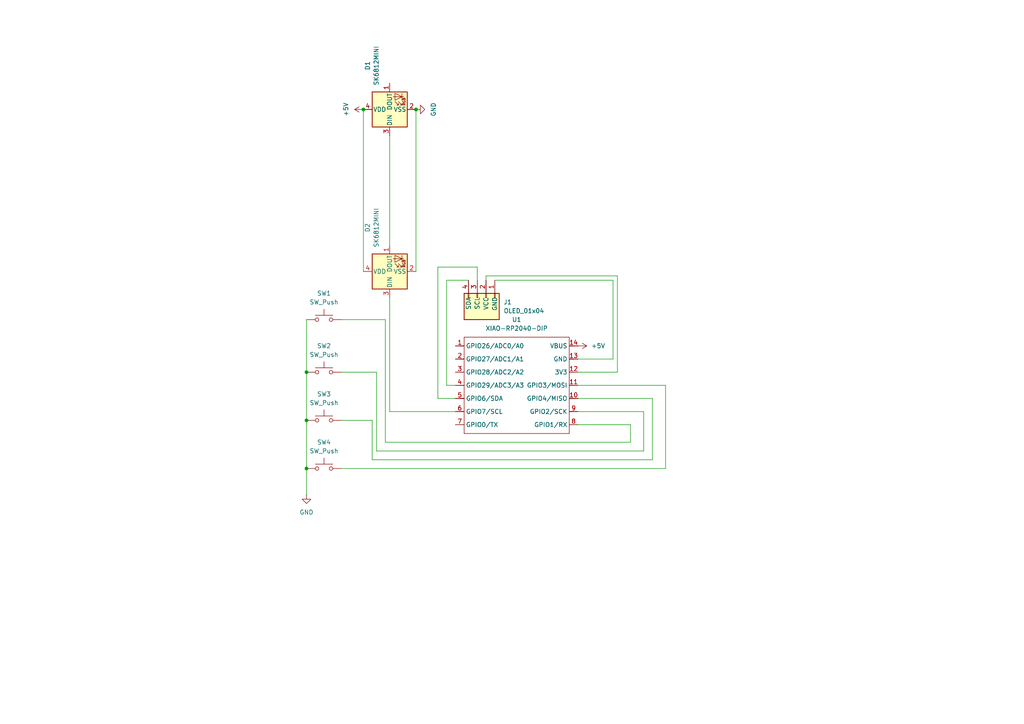
<source format=kicad_sch>
(kicad_sch
	(version 20250114)
	(generator "eeschema")
	(generator_version "9.0")
	(uuid "1066d173-91bc-4af1-841c-efabae014185")
	(paper "A4")
	(lib_symbols
		(symbol "LED:SK6812MINI"
			(pin_names
				(offset 0.254)
			)
			(exclude_from_sim no)
			(in_bom yes)
			(on_board yes)
			(property "Reference" "D"
				(at 5.08 5.715 0)
				(effects
					(font
						(size 1.27 1.27)
					)
					(justify right bottom)
				)
			)
			(property "Value" "SK6812MINI"
				(at 1.27 -5.715 0)
				(effects
					(font
						(size 1.27 1.27)
					)
					(justify left top)
				)
			)
			(property "Footprint" "LED_SMD:LED_SK6812MINI_PLCC4_3.5x3.5mm_P1.75mm"
				(at 1.27 -7.62 0)
				(effects
					(font
						(size 1.27 1.27)
					)
					(justify left top)
					(hide yes)
				)
			)
			(property "Datasheet" "https://cdn-shop.adafruit.com/product-files/2686/SK6812MINI_REV.01-1-2.pdf"
				(at 2.54 -9.525 0)
				(effects
					(font
						(size 1.27 1.27)
					)
					(justify left top)
					(hide yes)
				)
			)
			(property "Description" "RGB LED with integrated controller"
				(at 0 0 0)
				(effects
					(font
						(size 1.27 1.27)
					)
					(hide yes)
				)
			)
			(property "ki_keywords" "RGB LED NeoPixel Mini addressable"
				(at 0 0 0)
				(effects
					(font
						(size 1.27 1.27)
					)
					(hide yes)
				)
			)
			(property "ki_fp_filters" "LED*SK6812MINI*PLCC*3.5x3.5mm*P1.75mm*"
				(at 0 0 0)
				(effects
					(font
						(size 1.27 1.27)
					)
					(hide yes)
				)
			)
			(symbol "SK6812MINI_0_0"
				(text "RGB"
					(at 2.286 -4.191 0)
					(effects
						(font
							(size 0.762 0.762)
						)
					)
				)
			)
			(symbol "SK6812MINI_0_1"
				(polyline
					(pts
						(xy 1.27 -2.54) (xy 1.778 -2.54)
					)
					(stroke
						(width 0)
						(type default)
					)
					(fill
						(type none)
					)
				)
				(polyline
					(pts
						(xy 1.27 -3.556) (xy 1.778 -3.556)
					)
					(stroke
						(width 0)
						(type default)
					)
					(fill
						(type none)
					)
				)
				(polyline
					(pts
						(xy 2.286 -1.524) (xy 1.27 -2.54) (xy 1.27 -2.032)
					)
					(stroke
						(width 0)
						(type default)
					)
					(fill
						(type none)
					)
				)
				(polyline
					(pts
						(xy 2.286 -2.54) (xy 1.27 -3.556) (xy 1.27 -3.048)
					)
					(stroke
						(width 0)
						(type default)
					)
					(fill
						(type none)
					)
				)
				(polyline
					(pts
						(xy 3.683 -1.016) (xy 3.683 -3.556) (xy 3.683 -4.064)
					)
					(stroke
						(width 0)
						(type default)
					)
					(fill
						(type none)
					)
				)
				(polyline
					(pts
						(xy 4.699 -1.524) (xy 2.667 -1.524) (xy 3.683 -3.556) (xy 4.699 -1.524)
					)
					(stroke
						(width 0)
						(type default)
					)
					(fill
						(type none)
					)
				)
				(polyline
					(pts
						(xy 4.699 -3.556) (xy 2.667 -3.556)
					)
					(stroke
						(width 0)
						(type default)
					)
					(fill
						(type none)
					)
				)
				(rectangle
					(start 5.08 5.08)
					(end -5.08 -5.08)
					(stroke
						(width 0.254)
						(type default)
					)
					(fill
						(type background)
					)
				)
			)
			(symbol "SK6812MINI_1_1"
				(pin input line
					(at -7.62 0 0)
					(length 2.54)
					(name "DIN"
						(effects
							(font
								(size 1.27 1.27)
							)
						)
					)
					(number "3"
						(effects
							(font
								(size 1.27 1.27)
							)
						)
					)
				)
				(pin power_in line
					(at 0 7.62 270)
					(length 2.54)
					(name "VDD"
						(effects
							(font
								(size 1.27 1.27)
							)
						)
					)
					(number "4"
						(effects
							(font
								(size 1.27 1.27)
							)
						)
					)
				)
				(pin power_in line
					(at 0 -7.62 90)
					(length 2.54)
					(name "VSS"
						(effects
							(font
								(size 1.27 1.27)
							)
						)
					)
					(number "2"
						(effects
							(font
								(size 1.27 1.27)
							)
						)
					)
				)
				(pin output line
					(at 7.62 0 180)
					(length 2.54)
					(name "DOUT"
						(effects
							(font
								(size 1.27 1.27)
							)
						)
					)
					(number "1"
						(effects
							(font
								(size 1.27 1.27)
							)
						)
					)
				)
			)
			(embedded_fonts no)
		)
		(symbol "Seeed_Studio_XIAO_Series:XIAO-RP2040-DIP"
			(exclude_from_sim no)
			(in_bom yes)
			(on_board yes)
			(property "Reference" "U"
				(at 0 0 0)
				(effects
					(font
						(size 1.27 1.27)
					)
				)
			)
			(property "Value" "XIAO-RP2040-DIP"
				(at 5.334 -1.778 0)
				(effects
					(font
						(size 1.27 1.27)
					)
				)
			)
			(property "Footprint" "Module:MOUDLE14P-XIAO-DIP-SMD"
				(at 14.478 -32.258 0)
				(effects
					(font
						(size 1.27 1.27)
					)
					(hide yes)
				)
			)
			(property "Datasheet" ""
				(at 0 0 0)
				(effects
					(font
						(size 1.27 1.27)
					)
					(hide yes)
				)
			)
			(property "Description" ""
				(at 0 0 0)
				(effects
					(font
						(size 1.27 1.27)
					)
					(hide yes)
				)
			)
			(symbol "XIAO-RP2040-DIP_1_0"
				(polyline
					(pts
						(xy -1.27 -2.54) (xy 29.21 -2.54)
					)
					(stroke
						(width 0.1524)
						(type solid)
					)
					(fill
						(type none)
					)
				)
				(polyline
					(pts
						(xy -1.27 -5.08) (xy -2.54 -5.08)
					)
					(stroke
						(width 0.1524)
						(type solid)
					)
					(fill
						(type none)
					)
				)
				(polyline
					(pts
						(xy -1.27 -5.08) (xy -1.27 -2.54)
					)
					(stroke
						(width 0.1524)
						(type solid)
					)
					(fill
						(type none)
					)
				)
				(polyline
					(pts
						(xy -1.27 -8.89) (xy -2.54 -8.89)
					)
					(stroke
						(width 0.1524)
						(type solid)
					)
					(fill
						(type none)
					)
				)
				(polyline
					(pts
						(xy -1.27 -8.89) (xy -1.27 -5.08)
					)
					(stroke
						(width 0.1524)
						(type solid)
					)
					(fill
						(type none)
					)
				)
				(polyline
					(pts
						(xy -1.27 -12.7) (xy -2.54 -12.7)
					)
					(stroke
						(width 0.1524)
						(type solid)
					)
					(fill
						(type none)
					)
				)
				(polyline
					(pts
						(xy -1.27 -12.7) (xy -1.27 -8.89)
					)
					(stroke
						(width 0.1524)
						(type solid)
					)
					(fill
						(type none)
					)
				)
				(polyline
					(pts
						(xy -1.27 -16.51) (xy -2.54 -16.51)
					)
					(stroke
						(width 0.1524)
						(type solid)
					)
					(fill
						(type none)
					)
				)
				(polyline
					(pts
						(xy -1.27 -16.51) (xy -1.27 -12.7)
					)
					(stroke
						(width 0.1524)
						(type solid)
					)
					(fill
						(type none)
					)
				)
				(polyline
					(pts
						(xy -1.27 -20.32) (xy -2.54 -20.32)
					)
					(stroke
						(width 0.1524)
						(type solid)
					)
					(fill
						(type none)
					)
				)
				(polyline
					(pts
						(xy -1.27 -24.13) (xy -2.54 -24.13)
					)
					(stroke
						(width 0.1524)
						(type solid)
					)
					(fill
						(type none)
					)
				)
				(polyline
					(pts
						(xy -1.27 -27.94) (xy -2.54 -27.94)
					)
					(stroke
						(width 0.1524)
						(type solid)
					)
					(fill
						(type none)
					)
				)
				(polyline
					(pts
						(xy -1.27 -30.48) (xy -1.27 -16.51)
					)
					(stroke
						(width 0.1524)
						(type solid)
					)
					(fill
						(type none)
					)
				)
				(polyline
					(pts
						(xy 29.21 -2.54) (xy 29.21 -5.08)
					)
					(stroke
						(width 0.1524)
						(type solid)
					)
					(fill
						(type none)
					)
				)
				(polyline
					(pts
						(xy 29.21 -5.08) (xy 29.21 -8.89)
					)
					(stroke
						(width 0.1524)
						(type solid)
					)
					(fill
						(type none)
					)
				)
				(polyline
					(pts
						(xy 29.21 -8.89) (xy 29.21 -12.7)
					)
					(stroke
						(width 0.1524)
						(type solid)
					)
					(fill
						(type none)
					)
				)
				(polyline
					(pts
						(xy 29.21 -12.7) (xy 29.21 -30.48)
					)
					(stroke
						(width 0.1524)
						(type solid)
					)
					(fill
						(type none)
					)
				)
				(polyline
					(pts
						(xy 29.21 -30.48) (xy -1.27 -30.48)
					)
					(stroke
						(width 0.1524)
						(type solid)
					)
					(fill
						(type none)
					)
				)
				(polyline
					(pts
						(xy 30.48 -5.08) (xy 29.21 -5.08)
					)
					(stroke
						(width 0.1524)
						(type solid)
					)
					(fill
						(type none)
					)
				)
				(polyline
					(pts
						(xy 30.48 -8.89) (xy 29.21 -8.89)
					)
					(stroke
						(width 0.1524)
						(type solid)
					)
					(fill
						(type none)
					)
				)
				(polyline
					(pts
						(xy 30.48 -12.7) (xy 29.21 -12.7)
					)
					(stroke
						(width 0.1524)
						(type solid)
					)
					(fill
						(type none)
					)
				)
				(polyline
					(pts
						(xy 30.48 -16.51) (xy 29.21 -16.51)
					)
					(stroke
						(width 0.1524)
						(type solid)
					)
					(fill
						(type none)
					)
				)
				(polyline
					(pts
						(xy 30.48 -20.32) (xy 29.21 -20.32)
					)
					(stroke
						(width 0.1524)
						(type solid)
					)
					(fill
						(type none)
					)
				)
				(polyline
					(pts
						(xy 30.48 -24.13) (xy 29.21 -24.13)
					)
					(stroke
						(width 0.1524)
						(type solid)
					)
					(fill
						(type none)
					)
				)
				(polyline
					(pts
						(xy 30.48 -27.94) (xy 29.21 -27.94)
					)
					(stroke
						(width 0.1524)
						(type solid)
					)
					(fill
						(type none)
					)
				)
				(pin passive line
					(at -3.81 -5.08 0)
					(length 2.54)
					(name "GPIO26/ADC0/A0"
						(effects
							(font
								(size 1.27 1.27)
							)
						)
					)
					(number "1"
						(effects
							(font
								(size 1.27 1.27)
							)
						)
					)
				)
				(pin passive line
					(at -3.81 -8.89 0)
					(length 2.54)
					(name "GPIO27/ADC1/A1"
						(effects
							(font
								(size 1.27 1.27)
							)
						)
					)
					(number "2"
						(effects
							(font
								(size 1.27 1.27)
							)
						)
					)
				)
				(pin passive line
					(at -3.81 -12.7 0)
					(length 2.54)
					(name "GPIO28/ADC2/A2"
						(effects
							(font
								(size 1.27 1.27)
							)
						)
					)
					(number "3"
						(effects
							(font
								(size 1.27 1.27)
							)
						)
					)
				)
				(pin passive line
					(at -3.81 -16.51 0)
					(length 2.54)
					(name "GPIO29/ADC3/A3"
						(effects
							(font
								(size 1.27 1.27)
							)
						)
					)
					(number "4"
						(effects
							(font
								(size 1.27 1.27)
							)
						)
					)
				)
				(pin passive line
					(at -3.81 -20.32 0)
					(length 2.54)
					(name "GPIO6/SDA"
						(effects
							(font
								(size 1.27 1.27)
							)
						)
					)
					(number "5"
						(effects
							(font
								(size 1.27 1.27)
							)
						)
					)
				)
				(pin passive line
					(at -3.81 -24.13 0)
					(length 2.54)
					(name "GPIO7/SCL"
						(effects
							(font
								(size 1.27 1.27)
							)
						)
					)
					(number "6"
						(effects
							(font
								(size 1.27 1.27)
							)
						)
					)
				)
				(pin passive line
					(at -3.81 -27.94 0)
					(length 2.54)
					(name "GPIO0/TX"
						(effects
							(font
								(size 1.27 1.27)
							)
						)
					)
					(number "7"
						(effects
							(font
								(size 1.27 1.27)
							)
						)
					)
				)
				(pin passive line
					(at 31.75 -5.08 180)
					(length 2.54)
					(name "VBUS"
						(effects
							(font
								(size 1.27 1.27)
							)
						)
					)
					(number "14"
						(effects
							(font
								(size 1.27 1.27)
							)
						)
					)
				)
				(pin passive line
					(at 31.75 -8.89 180)
					(length 2.54)
					(name "GND"
						(effects
							(font
								(size 1.27 1.27)
							)
						)
					)
					(number "13"
						(effects
							(font
								(size 1.27 1.27)
							)
						)
					)
				)
				(pin passive line
					(at 31.75 -12.7 180)
					(length 2.54)
					(name "3V3"
						(effects
							(font
								(size 1.27 1.27)
							)
						)
					)
					(number "12"
						(effects
							(font
								(size 1.27 1.27)
							)
						)
					)
				)
				(pin passive line
					(at 31.75 -16.51 180)
					(length 2.54)
					(name "GPIO3/MOSI"
						(effects
							(font
								(size 1.27 1.27)
							)
						)
					)
					(number "11"
						(effects
							(font
								(size 1.27 1.27)
							)
						)
					)
				)
				(pin passive line
					(at 31.75 -20.32 180)
					(length 2.54)
					(name "GPIO4/MISO"
						(effects
							(font
								(size 1.27 1.27)
							)
						)
					)
					(number "10"
						(effects
							(font
								(size 1.27 1.27)
							)
						)
					)
				)
				(pin passive line
					(at 31.75 -24.13 180)
					(length 2.54)
					(name "GPIO2/SCK"
						(effects
							(font
								(size 1.27 1.27)
							)
						)
					)
					(number "9"
						(effects
							(font
								(size 1.27 1.27)
							)
						)
					)
				)
				(pin passive line
					(at 31.75 -27.94 180)
					(length 2.54)
					(name "GPIO1/RX"
						(effects
							(font
								(size 1.27 1.27)
							)
						)
					)
					(number "8"
						(effects
							(font
								(size 1.27 1.27)
							)
						)
					)
				)
			)
			(embedded_fonts no)
		)
		(symbol "Switch:SW_Push"
			(pin_numbers
				(hide yes)
			)
			(pin_names
				(offset 1.016)
				(hide yes)
			)
			(exclude_from_sim no)
			(in_bom yes)
			(on_board yes)
			(property "Reference" "SW"
				(at 1.27 2.54 0)
				(effects
					(font
						(size 1.27 1.27)
					)
					(justify left)
				)
			)
			(property "Value" "SW_Push"
				(at 0 -1.524 0)
				(effects
					(font
						(size 1.27 1.27)
					)
				)
			)
			(property "Footprint" ""
				(at 0 5.08 0)
				(effects
					(font
						(size 1.27 1.27)
					)
					(hide yes)
				)
			)
			(property "Datasheet" "~"
				(at 0 5.08 0)
				(effects
					(font
						(size 1.27 1.27)
					)
					(hide yes)
				)
			)
			(property "Description" "Push button switch, generic, two pins"
				(at 0 0 0)
				(effects
					(font
						(size 1.27 1.27)
					)
					(hide yes)
				)
			)
			(property "ki_keywords" "switch normally-open pushbutton push-button"
				(at 0 0 0)
				(effects
					(font
						(size 1.27 1.27)
					)
					(hide yes)
				)
			)
			(symbol "SW_Push_0_1"
				(circle
					(center -2.032 0)
					(radius 0.508)
					(stroke
						(width 0)
						(type default)
					)
					(fill
						(type none)
					)
				)
				(polyline
					(pts
						(xy 0 1.27) (xy 0 3.048)
					)
					(stroke
						(width 0)
						(type default)
					)
					(fill
						(type none)
					)
				)
				(circle
					(center 2.032 0)
					(radius 0.508)
					(stroke
						(width 0)
						(type default)
					)
					(fill
						(type none)
					)
				)
				(polyline
					(pts
						(xy 2.54 1.27) (xy -2.54 1.27)
					)
					(stroke
						(width 0)
						(type default)
					)
					(fill
						(type none)
					)
				)
				(pin passive line
					(at -5.08 0 0)
					(length 2.54)
					(name "1"
						(effects
							(font
								(size 1.27 1.27)
							)
						)
					)
					(number "1"
						(effects
							(font
								(size 1.27 1.27)
							)
						)
					)
				)
				(pin passive line
					(at 5.08 0 180)
					(length 2.54)
					(name "2"
						(effects
							(font
								(size 1.27 1.27)
							)
						)
					)
					(number "2"
						(effects
							(font
								(size 1.27 1.27)
							)
						)
					)
				)
			)
			(embedded_fonts no)
		)
		(symbol "hackboard:Conn_01x04"
			(pin_names
				(offset 1.016)
			)
			(exclude_from_sim no)
			(in_bom yes)
			(on_board yes)
			(property "Reference" "J"
				(at 2.54 5.08 0)
				(effects
					(font
						(size 1.27 1.27)
					)
				)
			)
			(property "Value" "OLED_01x04"
				(at 2.54 -8.128 0)
				(effects
					(font
						(size 1.27 1.27)
					)
				)
			)
			(property "Footprint" ""
				(at 0 0 0)
				(effects
					(font
						(size 1.27 1.27)
					)
					(hide yes)
				)
			)
			(property "Datasheet" "~"
				(at 0 0 0)
				(effects
					(font
						(size 1.27 1.27)
					)
					(hide yes)
				)
			)
			(property "Description" "Generic connector, single row, 01x04, script generated (kicad-library-utils/schlib/autogen/connector/)"
				(at 0 0 0)
				(effects
					(font
						(size 1.27 1.27)
					)
					(hide yes)
				)
			)
			(property "ki_keywords" "connector"
				(at 0 0 0)
				(effects
					(font
						(size 1.27 1.27)
					)
					(hide yes)
				)
			)
			(property "ki_fp_filters" "Connector*:*_1x??_*"
				(at 0 0 0)
				(effects
					(font
						(size 1.27 1.27)
					)
					(hide yes)
				)
			)
			(symbol "Conn_01x04_1_1"
				(rectangle
					(start -1.27 3.81)
					(end 6.35 -6.35)
					(stroke
						(width 0.254)
						(type default)
					)
					(fill
						(type background)
					)
				)
				(rectangle
					(start -1.27 2.667)
					(end 0 2.413)
					(stroke
						(width 0.1524)
						(type default)
					)
					(fill
						(type none)
					)
				)
				(rectangle
					(start -1.27 0.127)
					(end 0 -0.127)
					(stroke
						(width 0.1524)
						(type default)
					)
					(fill
						(type none)
					)
				)
				(rectangle
					(start -1.27 -2.413)
					(end 0 -2.667)
					(stroke
						(width 0.1524)
						(type default)
					)
					(fill
						(type none)
					)
				)
				(rectangle
					(start -1.27 -4.953)
					(end 0 -5.207)
					(stroke
						(width 0.1524)
						(type default)
					)
					(fill
						(type none)
					)
				)
				(pin passive line
					(at -5.08 2.54 0)
					(length 3.81)
					(name "GND"
						(effects
							(font
								(size 1.27 1.27)
							)
						)
					)
					(number "1"
						(effects
							(font
								(size 1.27 1.27)
							)
						)
					)
				)
				(pin passive line
					(at -5.08 0 0)
					(length 3.81)
					(name "VCC"
						(effects
							(font
								(size 1.27 1.27)
							)
						)
					)
					(number "2"
						(effects
							(font
								(size 1.27 1.27)
							)
						)
					)
				)
				(pin passive line
					(at -5.08 -2.54 0)
					(length 3.81)
					(name "SCL"
						(effects
							(font
								(size 1.27 1.27)
							)
						)
					)
					(number "3"
						(effects
							(font
								(size 1.27 1.27)
							)
						)
					)
				)
				(pin passive line
					(at -5.08 -5.08 0)
					(length 3.81)
					(name "SDA"
						(effects
							(font
								(size 1.27 1.27)
							)
						)
					)
					(number "4"
						(effects
							(font
								(size 1.27 1.27)
							)
						)
					)
				)
			)
			(embedded_fonts no)
		)
		(symbol "power:+5V"
			(power)
			(pin_numbers
				(hide yes)
			)
			(pin_names
				(offset 0)
				(hide yes)
			)
			(exclude_from_sim no)
			(in_bom yes)
			(on_board yes)
			(property "Reference" "#PWR"
				(at 0 -3.81 0)
				(effects
					(font
						(size 1.27 1.27)
					)
					(hide yes)
				)
			)
			(property "Value" "+5V"
				(at 0 3.556 0)
				(effects
					(font
						(size 1.27 1.27)
					)
				)
			)
			(property "Footprint" ""
				(at 0 0 0)
				(effects
					(font
						(size 1.27 1.27)
					)
					(hide yes)
				)
			)
			(property "Datasheet" ""
				(at 0 0 0)
				(effects
					(font
						(size 1.27 1.27)
					)
					(hide yes)
				)
			)
			(property "Description" "Power symbol creates a global label with name \"+5V\""
				(at 0 0 0)
				(effects
					(font
						(size 1.27 1.27)
					)
					(hide yes)
				)
			)
			(property "ki_keywords" "global power"
				(at 0 0 0)
				(effects
					(font
						(size 1.27 1.27)
					)
					(hide yes)
				)
			)
			(symbol "+5V_0_1"
				(polyline
					(pts
						(xy -0.762 1.27) (xy 0 2.54)
					)
					(stroke
						(width 0)
						(type default)
					)
					(fill
						(type none)
					)
				)
				(polyline
					(pts
						(xy 0 2.54) (xy 0.762 1.27)
					)
					(stroke
						(width 0)
						(type default)
					)
					(fill
						(type none)
					)
				)
				(polyline
					(pts
						(xy 0 0) (xy 0 2.54)
					)
					(stroke
						(width 0)
						(type default)
					)
					(fill
						(type none)
					)
				)
			)
			(symbol "+5V_1_1"
				(pin power_in line
					(at 0 0 90)
					(length 0)
					(name "~"
						(effects
							(font
								(size 1.27 1.27)
							)
						)
					)
					(number "1"
						(effects
							(font
								(size 1.27 1.27)
							)
						)
					)
				)
			)
			(embedded_fonts no)
		)
		(symbol "power:GND"
			(power)
			(pin_numbers
				(hide yes)
			)
			(pin_names
				(offset 0)
				(hide yes)
			)
			(exclude_from_sim no)
			(in_bom yes)
			(on_board yes)
			(property "Reference" "#PWR"
				(at 0 -6.35 0)
				(effects
					(font
						(size 1.27 1.27)
					)
					(hide yes)
				)
			)
			(property "Value" "GND"
				(at 0 -3.81 0)
				(effects
					(font
						(size 1.27 1.27)
					)
				)
			)
			(property "Footprint" ""
				(at 0 0 0)
				(effects
					(font
						(size 1.27 1.27)
					)
					(hide yes)
				)
			)
			(property "Datasheet" ""
				(at 0 0 0)
				(effects
					(font
						(size 1.27 1.27)
					)
					(hide yes)
				)
			)
			(property "Description" "Power symbol creates a global label with name \"GND\" , ground"
				(at 0 0 0)
				(effects
					(font
						(size 1.27 1.27)
					)
					(hide yes)
				)
			)
			(property "ki_keywords" "global power"
				(at 0 0 0)
				(effects
					(font
						(size 1.27 1.27)
					)
					(hide yes)
				)
			)
			(symbol "GND_0_1"
				(polyline
					(pts
						(xy 0 0) (xy 0 -1.27) (xy 1.27 -1.27) (xy 0 -2.54) (xy -1.27 -1.27) (xy 0 -1.27)
					)
					(stroke
						(width 0)
						(type default)
					)
					(fill
						(type none)
					)
				)
			)
			(symbol "GND_1_1"
				(pin power_in line
					(at 0 0 270)
					(length 0)
					(name "~"
						(effects
							(font
								(size 1.27 1.27)
							)
						)
					)
					(number "1"
						(effects
							(font
								(size 1.27 1.27)
							)
						)
					)
				)
			)
			(embedded_fonts no)
		)
	)
	(junction
		(at 105.41 31.75)
		(diameter 0)
		(color 0 0 0 0)
		(uuid "13b63e2b-26e3-4feb-b4c5-67ae7748c90c")
	)
	(junction
		(at 88.9 107.95)
		(diameter 0)
		(color 0 0 0 0)
		(uuid "b627ecf7-b870-4117-81bd-a0cf65c2671c")
	)
	(junction
		(at 88.9 135.89)
		(diameter 0)
		(color 0 0 0 0)
		(uuid "cf2798bd-bae2-4d16-8bfa-1ce418cec123")
	)
	(junction
		(at 88.9 121.92)
		(diameter 0)
		(color 0 0 0 0)
		(uuid "cf86a5fd-438c-4395-8220-89b6899fbfe7")
	)
	(junction
		(at 120.65 31.75)
		(diameter 0)
		(color 0 0 0 0)
		(uuid "cf9d45cd-a924-41d8-bca7-4c9e02f1aa42")
	)
	(wire
		(pts
			(xy 167.64 111.76) (xy 193.04 111.76)
		)
		(stroke
			(width 0)
			(type default)
		)
		(uuid "041fc470-49e0-4892-8e0f-6f2c556a639c")
	)
	(wire
		(pts
			(xy 182.88 128.27) (xy 111.76 128.27)
		)
		(stroke
			(width 0)
			(type default)
		)
		(uuid "04a62651-529d-4c75-be4c-a976c9e3fe43")
	)
	(wire
		(pts
			(xy 167.64 123.19) (xy 182.88 123.19)
		)
		(stroke
			(width 0)
			(type default)
		)
		(uuid "064dcbce-96f5-469d-9cd6-a08c04ff68c2")
	)
	(wire
		(pts
			(xy 140.97 80.01) (xy 179.07 80.01)
		)
		(stroke
			(width 0)
			(type default)
		)
		(uuid "0d582436-d3e9-4693-a7df-b3aee3011323")
	)
	(wire
		(pts
			(xy 167.64 119.38) (xy 186.69 119.38)
		)
		(stroke
			(width 0)
			(type default)
		)
		(uuid "11b08f8b-d2f3-490a-8584-f1c381c5b6db")
	)
	(wire
		(pts
			(xy 105.41 78.74) (xy 105.41 31.75)
		)
		(stroke
			(width 0)
			(type default)
		)
		(uuid "1894fbe8-bf88-4498-945a-a583acc7f605")
	)
	(wire
		(pts
			(xy 177.8 81.28) (xy 177.8 104.14)
		)
		(stroke
			(width 0)
			(type default)
		)
		(uuid "1dea5580-ad94-4c4d-8fca-2f1badab493b")
	)
	(wire
		(pts
			(xy 138.43 77.47) (xy 127 77.47)
		)
		(stroke
			(width 0)
			(type default)
		)
		(uuid "1ff8e961-9819-4310-a2ac-a4484cbb8762")
	)
	(wire
		(pts
			(xy 88.9 107.95) (xy 88.9 121.92)
		)
		(stroke
			(width 0)
			(type default)
		)
		(uuid "2ad36233-7372-4a83-b132-76d3ab161ffc")
	)
	(wire
		(pts
			(xy 120.65 78.74) (xy 120.65 31.75)
		)
		(stroke
			(width 0)
			(type default)
		)
		(uuid "2ff32af4-dfb1-4417-b65e-74ae0c9d30ab")
	)
	(wire
		(pts
			(xy 109.22 107.95) (xy 99.06 107.95)
		)
		(stroke
			(width 0)
			(type default)
		)
		(uuid "32cd521e-836a-4ac3-b346-dbe58de77ee4")
	)
	(wire
		(pts
			(xy 167.64 115.57) (xy 189.23 115.57)
		)
		(stroke
			(width 0)
			(type default)
		)
		(uuid "33b017a2-0335-479e-9b6f-022082fb4757")
	)
	(wire
		(pts
			(xy 193.04 135.89) (xy 99.06 135.89)
		)
		(stroke
			(width 0)
			(type default)
		)
		(uuid "415a95df-9210-4fe3-ae15-bbbae5ceba68")
	)
	(wire
		(pts
			(xy 182.88 123.19) (xy 182.88 128.27)
		)
		(stroke
			(width 0)
			(type default)
		)
		(uuid "46127000-9cfc-44cd-afda-63523e06672c")
	)
	(wire
		(pts
			(xy 177.8 104.14) (xy 167.64 104.14)
		)
		(stroke
			(width 0)
			(type default)
		)
		(uuid "481f2efd-8411-44ef-a25b-6cf9afb136e6")
	)
	(wire
		(pts
			(xy 107.95 133.35) (xy 107.95 121.92)
		)
		(stroke
			(width 0)
			(type default)
		)
		(uuid "61caee6c-92b9-48c5-83e2-8e960942ab64")
	)
	(wire
		(pts
			(xy 109.22 130.81) (xy 109.22 107.95)
		)
		(stroke
			(width 0)
			(type default)
		)
		(uuid "66c3d70f-b80f-4254-afdc-bf69e0519444")
	)
	(wire
		(pts
			(xy 140.97 81.28) (xy 140.97 80.01)
		)
		(stroke
			(width 0)
			(type default)
		)
		(uuid "6d66c912-3b29-4ca1-9e03-94d78c5ddfb8")
	)
	(wire
		(pts
			(xy 129.54 81.28) (xy 135.89 81.28)
		)
		(stroke
			(width 0)
			(type default)
		)
		(uuid "6e5c28e1-a1af-416c-b044-7eb09480c9fd")
	)
	(wire
		(pts
			(xy 132.08 111.76) (xy 129.54 111.76)
		)
		(stroke
			(width 0)
			(type default)
		)
		(uuid "70f56e74-e488-4362-8bb2-f96301011c8b")
	)
	(wire
		(pts
			(xy 179.07 107.95) (xy 167.64 107.95)
		)
		(stroke
			(width 0)
			(type default)
		)
		(uuid "718a2e24-da88-4f48-a2ce-0fb26af31bc5")
	)
	(wire
		(pts
			(xy 107.95 121.92) (xy 99.06 121.92)
		)
		(stroke
			(width 0)
			(type default)
		)
		(uuid "79832b01-cfe7-43fc-92ec-0315a59c1933")
	)
	(wire
		(pts
			(xy 193.04 111.76) (xy 193.04 135.89)
		)
		(stroke
			(width 0)
			(type default)
		)
		(uuid "7cbb714f-c1a0-4a63-84e9-549520c768ac")
	)
	(wire
		(pts
			(xy 127 77.47) (xy 127 115.57)
		)
		(stroke
			(width 0)
			(type default)
		)
		(uuid "8173ab1e-7f6e-47d9-bef1-e838021b9d5f")
	)
	(wire
		(pts
			(xy 88.9 121.92) (xy 88.9 135.89)
		)
		(stroke
			(width 0)
			(type default)
		)
		(uuid "8b63a981-7686-4b19-9aac-9fd34d13b6a1")
	)
	(wire
		(pts
			(xy 186.69 130.81) (xy 109.22 130.81)
		)
		(stroke
			(width 0)
			(type default)
		)
		(uuid "9d008497-af8d-45a6-b2c0-1fd87d26433c")
	)
	(wire
		(pts
			(xy 88.9 135.89) (xy 88.9 143.51)
		)
		(stroke
			(width 0)
			(type default)
		)
		(uuid "ab316627-8316-4e53-bc03-4788c7b72147")
	)
	(wire
		(pts
			(xy 179.07 80.01) (xy 179.07 107.95)
		)
		(stroke
			(width 0)
			(type default)
		)
		(uuid "ab8b4bc3-882c-4da4-bd96-25623ad53a16")
	)
	(wire
		(pts
			(xy 113.03 119.38) (xy 113.03 86.36)
		)
		(stroke
			(width 0)
			(type default)
		)
		(uuid "ac8de36e-4fbd-4ca7-b0cc-f33f57a8dc2a")
	)
	(wire
		(pts
			(xy 113.03 71.12) (xy 113.03 39.37)
		)
		(stroke
			(width 0)
			(type default)
		)
		(uuid "b320796b-b9c7-4035-87ef-bc74ec1c7e9c")
	)
	(wire
		(pts
			(xy 189.23 115.57) (xy 189.23 133.35)
		)
		(stroke
			(width 0)
			(type default)
		)
		(uuid "bc966ed1-b03d-4cf3-beb8-a718dec0aaa1")
	)
	(wire
		(pts
			(xy 129.54 111.76) (xy 129.54 81.28)
		)
		(stroke
			(width 0)
			(type default)
		)
		(uuid "c3c68e87-6476-474d-8a3f-fca7fd7df956")
	)
	(wire
		(pts
			(xy 132.08 119.38) (xy 113.03 119.38)
		)
		(stroke
			(width 0)
			(type default)
		)
		(uuid "ca5e7722-455a-4210-8e7b-24b166fbce99")
	)
	(wire
		(pts
			(xy 127 115.57) (xy 132.08 115.57)
		)
		(stroke
			(width 0)
			(type default)
		)
		(uuid "d2ed059f-dd3c-40d5-9eea-65f413232d9f")
	)
	(wire
		(pts
			(xy 138.43 81.28) (xy 138.43 77.47)
		)
		(stroke
			(width 0)
			(type default)
		)
		(uuid "dbda2798-f36a-4615-a7ad-bef81f32ad46")
	)
	(wire
		(pts
			(xy 186.69 119.38) (xy 186.69 130.81)
		)
		(stroke
			(width 0)
			(type default)
		)
		(uuid "dc277848-0a58-415f-8659-10c900f4a494")
	)
	(wire
		(pts
			(xy 88.9 92.71) (xy 88.9 107.95)
		)
		(stroke
			(width 0)
			(type default)
		)
		(uuid "ebb7133e-b89a-4d5a-a3f0-928689f39069")
	)
	(wire
		(pts
			(xy 111.76 128.27) (xy 111.76 92.71)
		)
		(stroke
			(width 0)
			(type default)
		)
		(uuid "f3ec94d3-3b89-4530-86cb-d0add787744d")
	)
	(wire
		(pts
			(xy 189.23 133.35) (xy 107.95 133.35)
		)
		(stroke
			(width 0)
			(type default)
		)
		(uuid "f87fa340-d7a6-403c-856f-622f6eac92e0")
	)
	(wire
		(pts
			(xy 111.76 92.71) (xy 99.06 92.71)
		)
		(stroke
			(width 0)
			(type default)
		)
		(uuid "fa3d91ef-386b-48fb-9d2c-57e59a97e395")
	)
	(wire
		(pts
			(xy 143.51 81.28) (xy 177.8 81.28)
		)
		(stroke
			(width 0)
			(type default)
		)
		(uuid "ffa26c9e-e9ee-4bbb-a759-de754827e963")
	)
	(symbol
		(lib_id "LED:SK6812MINI")
		(at 113.03 31.75 90)
		(unit 1)
		(exclude_from_sim no)
		(in_bom yes)
		(on_board yes)
		(dnp no)
		(fields_autoplaced yes)
		(uuid "035de51e-3cbb-48d7-8b9e-f1c588ff8f1b")
		(property "Reference" "D1"
			(at 106.6098 19.05 0)
			(effects
				(font
					(size 1.27 1.27)
				)
			)
		)
		(property "Value" "SK6812MINI"
			(at 109.1498 19.05 0)
			(effects
				(font
					(size 1.27 1.27)
				)
			)
		)
		(property "Footprint" "LED_SMD:LED_SK6812MINI_PLCC4_3.5x3.5mm_P1.75mm"
			(at 120.65 30.48 0)
			(effects
				(font
					(size 1.27 1.27)
				)
				(justify left top)
				(hide yes)
			)
		)
		(property "Datasheet" "https://cdn-shop.adafruit.com/product-files/2686/SK6812MINI_REV.01-1-2.pdf"
			(at 122.555 29.21 0)
			(effects
				(font
					(size 1.27 1.27)
				)
				(justify left top)
				(hide yes)
			)
		)
		(property "Description" "RGB LED with integrated controller"
			(at 113.03 31.75 0)
			(effects
				(font
					(size 1.27 1.27)
				)
				(hide yes)
			)
		)
		(pin "1"
			(uuid "1250ef36-4c3d-47bb-9dc2-aaadf9be75d7")
		)
		(pin "2"
			(uuid "5d452409-8fc0-4bc6-aa7f-4abcdc6a5956")
		)
		(pin "4"
			(uuid "1a966818-83ad-4676-b07f-b3fc59f01c9a")
		)
		(pin "3"
			(uuid "7332b275-2c6f-4442-9cb8-0eae13be9d05")
		)
		(instances
			(project ""
				(path "/1066d173-91bc-4af1-841c-efabae014185"
					(reference "D1")
					(unit 1)
				)
			)
		)
	)
	(symbol
		(lib_id "power:+5V")
		(at 105.41 31.75 90)
		(unit 1)
		(exclude_from_sim no)
		(in_bom yes)
		(on_board yes)
		(dnp no)
		(fields_autoplaced yes)
		(uuid "054ff3e8-bbb8-499a-a84c-6262e11cab12")
		(property "Reference" "#PWR02"
			(at 109.22 31.75 0)
			(effects
				(font
					(size 1.27 1.27)
				)
				(hide yes)
			)
		)
		(property "Value" "+5V"
			(at 100.33 31.75 0)
			(effects
				(font
					(size 1.27 1.27)
				)
			)
		)
		(property "Footprint" ""
			(at 105.41 31.75 0)
			(effects
				(font
					(size 1.27 1.27)
				)
				(hide yes)
			)
		)
		(property "Datasheet" ""
			(at 105.41 31.75 0)
			(effects
				(font
					(size 1.27 1.27)
				)
				(hide yes)
			)
		)
		(property "Description" "Power symbol creates a global label with name \"+5V\""
			(at 105.41 31.75 0)
			(effects
				(font
					(size 1.27 1.27)
				)
				(hide yes)
			)
		)
		(pin "1"
			(uuid "4146ff09-12c1-418a-8191-99a1e5727fed")
		)
		(instances
			(project ""
				(path "/1066d173-91bc-4af1-841c-efabae014185"
					(reference "#PWR02")
					(unit 1)
				)
			)
		)
	)
	(symbol
		(lib_id "power:+5V")
		(at 167.64 100.33 270)
		(unit 1)
		(exclude_from_sim no)
		(in_bom yes)
		(on_board yes)
		(dnp no)
		(fields_autoplaced yes)
		(uuid "235ea7a7-e775-44bf-9281-0cc35d934f6b")
		(property "Reference" "#PWR03"
			(at 163.83 100.33 0)
			(effects
				(font
					(size 1.27 1.27)
				)
				(hide yes)
			)
		)
		(property "Value" "+5V"
			(at 171.45 100.3299 90)
			(effects
				(font
					(size 1.27 1.27)
				)
				(justify left)
			)
		)
		(property "Footprint" ""
			(at 167.64 100.33 0)
			(effects
				(font
					(size 1.27 1.27)
				)
				(hide yes)
			)
		)
		(property "Datasheet" ""
			(at 167.64 100.33 0)
			(effects
				(font
					(size 1.27 1.27)
				)
				(hide yes)
			)
		)
		(property "Description" "Power symbol creates a global label with name \"+5V\""
			(at 167.64 100.33 0)
			(effects
				(font
					(size 1.27 1.27)
				)
				(hide yes)
			)
		)
		(pin "1"
			(uuid "d291a398-320d-4c8c-92f7-c3f04f0f23bb")
		)
		(instances
			(project ""
				(path "/1066d173-91bc-4af1-841c-efabae014185"
					(reference "#PWR03")
					(unit 1)
				)
			)
		)
	)
	(symbol
		(lib_id "Switch:SW_Push")
		(at 93.98 92.71 0)
		(unit 1)
		(exclude_from_sim no)
		(in_bom yes)
		(on_board yes)
		(dnp no)
		(fields_autoplaced yes)
		(uuid "3e71c129-416d-44f0-b0ee-18f0b1d14465")
		(property "Reference" "SW1"
			(at 93.98 85.09 0)
			(effects
				(font
					(size 1.27 1.27)
				)
			)
		)
		(property "Value" "SW_Push"
			(at 93.98 87.63 0)
			(effects
				(font
					(size 1.27 1.27)
				)
			)
		)
		(property "Footprint" "Button_Switch_Keyboard:SW_Cherry_MX_1.00u_PCB"
			(at 93.98 87.63 0)
			(effects
				(font
					(size 1.27 1.27)
				)
				(hide yes)
			)
		)
		(property "Datasheet" "~"
			(at 93.98 87.63 0)
			(effects
				(font
					(size 1.27 1.27)
				)
				(hide yes)
			)
		)
		(property "Description" "Push button switch, generic, two pins"
			(at 93.98 92.71 0)
			(effects
				(font
					(size 1.27 1.27)
				)
				(hide yes)
			)
		)
		(pin "1"
			(uuid "d858e186-ac0d-4552-926d-8150b6fe7f1d")
		)
		(pin "2"
			(uuid "10411051-4f56-4081-b1c6-18d039f0a0d8")
		)
		(instances
			(project ""
				(path "/1066d173-91bc-4af1-841c-efabae014185"
					(reference "SW1")
					(unit 1)
				)
			)
		)
	)
	(symbol
		(lib_id "power:GND")
		(at 88.9 143.51 0)
		(unit 1)
		(exclude_from_sim no)
		(in_bom yes)
		(on_board yes)
		(dnp no)
		(fields_autoplaced yes)
		(uuid "70551f17-facf-4957-a09a-028b1672371b")
		(property "Reference" "#PWR01"
			(at 88.9 149.86 0)
			(effects
				(font
					(size 1.27 1.27)
				)
				(hide yes)
			)
		)
		(property "Value" "GND"
			(at 88.9 148.59 0)
			(effects
				(font
					(size 1.27 1.27)
				)
			)
		)
		(property "Footprint" ""
			(at 88.9 143.51 0)
			(effects
				(font
					(size 1.27 1.27)
				)
				(hide yes)
			)
		)
		(property "Datasheet" ""
			(at 88.9 143.51 0)
			(effects
				(font
					(size 1.27 1.27)
				)
				(hide yes)
			)
		)
		(property "Description" "Power symbol creates a global label with name \"GND\" , ground"
			(at 88.9 143.51 0)
			(effects
				(font
					(size 1.27 1.27)
				)
				(hide yes)
			)
		)
		(pin "1"
			(uuid "2399cd85-28a2-400d-9b43-c16d5863068f")
		)
		(instances
			(project ""
				(path "/1066d173-91bc-4af1-841c-efabae014185"
					(reference "#PWR01")
					(unit 1)
				)
			)
		)
	)
	(symbol
		(lib_id "Switch:SW_Push")
		(at 93.98 135.89 0)
		(unit 1)
		(exclude_from_sim no)
		(in_bom yes)
		(on_board yes)
		(dnp no)
		(fields_autoplaced yes)
		(uuid "73f0c272-33ac-46dc-ba23-040b24775e05")
		(property "Reference" "SW4"
			(at 93.98 128.27 0)
			(effects
				(font
					(size 1.27 1.27)
				)
			)
		)
		(property "Value" "SW_Push"
			(at 93.98 130.81 0)
			(effects
				(font
					(size 1.27 1.27)
				)
			)
		)
		(property "Footprint" "Button_Switch_Keyboard:SW_Cherry_MX_1.00u_PCB"
			(at 93.98 130.81 0)
			(effects
				(font
					(size 1.27 1.27)
				)
				(hide yes)
			)
		)
		(property "Datasheet" "~"
			(at 93.98 130.81 0)
			(effects
				(font
					(size 1.27 1.27)
				)
				(hide yes)
			)
		)
		(property "Description" "Push button switch, generic, two pins"
			(at 93.98 135.89 0)
			(effects
				(font
					(size 1.27 1.27)
				)
				(hide yes)
			)
		)
		(pin "1"
			(uuid "9ec36249-317b-4a11-b665-3364462e180a")
		)
		(pin "2"
			(uuid "3021a6ed-337f-40c3-ba5c-aeec6c1dd1c8")
		)
		(instances
			(project ""
				(path "/1066d173-91bc-4af1-841c-efabae014185"
					(reference "SW4")
					(unit 1)
				)
			)
		)
	)
	(symbol
		(lib_id "Switch:SW_Push")
		(at 93.98 107.95 0)
		(unit 1)
		(exclude_from_sim no)
		(in_bom yes)
		(on_board yes)
		(dnp no)
		(fields_autoplaced yes)
		(uuid "78a865b3-6c6a-49e7-aa68-e106a5c8d7aa")
		(property "Reference" "SW2"
			(at 93.98 100.33 0)
			(effects
				(font
					(size 1.27 1.27)
				)
			)
		)
		(property "Value" "SW_Push"
			(at 93.98 102.87 0)
			(effects
				(font
					(size 1.27 1.27)
				)
			)
		)
		(property "Footprint" "Button_Switch_Keyboard:SW_Cherry_MX_1.00u_PCB"
			(at 93.98 102.87 0)
			(effects
				(font
					(size 1.27 1.27)
				)
				(hide yes)
			)
		)
		(property "Datasheet" "~"
			(at 93.98 102.87 0)
			(effects
				(font
					(size 1.27 1.27)
				)
				(hide yes)
			)
		)
		(property "Description" "Push button switch, generic, two pins"
			(at 93.98 107.95 0)
			(effects
				(font
					(size 1.27 1.27)
				)
				(hide yes)
			)
		)
		(pin "1"
			(uuid "9ec36249-317b-4a11-b665-3364462e180b")
		)
		(pin "2"
			(uuid "3021a6ed-337f-40c3-ba5c-aeec6c1dd1c9")
		)
		(instances
			(project ""
				(path "/1066d173-91bc-4af1-841c-efabae014185"
					(reference "SW2")
					(unit 1)
				)
			)
		)
	)
	(symbol
		(lib_id "Seeed_Studio_XIAO_Series:XIAO-RP2040-DIP")
		(at 135.89 95.25 0)
		(unit 1)
		(exclude_from_sim no)
		(in_bom yes)
		(on_board yes)
		(dnp no)
		(fields_autoplaced yes)
		(uuid "a8649ce2-3ff4-4a98-b1d6-5b93a61180b2")
		(property "Reference" "U1"
			(at 149.86 92.71 0)
			(effects
				(font
					(size 1.27 1.27)
				)
			)
		)
		(property "Value" "XIAO-RP2040-DIP"
			(at 149.86 95.25 0)
			(effects
				(font
					(size 1.27 1.27)
				)
			)
		)
		(property "Footprint" "Seeed Studio XIAO Series Library:XIAO-RP2040-DIP"
			(at 150.368 127.508 0)
			(effects
				(font
					(size 1.27 1.27)
				)
				(hide yes)
			)
		)
		(property "Datasheet" ""
			(at 135.89 95.25 0)
			(effects
				(font
					(size 1.27 1.27)
				)
				(hide yes)
			)
		)
		(property "Description" ""
			(at 135.89 95.25 0)
			(effects
				(font
					(size 1.27 1.27)
				)
				(hide yes)
			)
		)
		(pin "1"
			(uuid "9e2441a5-fd68-452d-b616-c81922caa8aa")
		)
		(pin "4"
			(uuid "b8ed3721-92d3-4d82-b899-ccbf68e6c662")
		)
		(pin "2"
			(uuid "5d7c3da0-b7b3-44a6-ade2-3aa9e101de4a")
		)
		(pin "12"
			(uuid "ec88f509-2d98-451e-8f79-8e5c7e9e713f")
		)
		(pin "11"
			(uuid "3084eca5-f37e-422d-97e4-9af5ecd9eb3b")
		)
		(pin "7"
			(uuid "41a8affe-079a-419e-9367-d0d257631586")
		)
		(pin "14"
			(uuid "92b6bfdf-9d0b-43d8-a1a7-6cfbd0d3bd70")
		)
		(pin "10"
			(uuid "43da0f55-7a56-4f40-875c-8eeda462830f")
		)
		(pin "3"
			(uuid "b8ce1c27-9e4e-4ce6-81b1-18e24b7f450c")
		)
		(pin "6"
			(uuid "16ea6ccb-d358-45ae-9ca9-92779526cccc")
		)
		(pin "5"
			(uuid "1dfc770b-11d1-489e-96ec-596c010c8d13")
		)
		(pin "13"
			(uuid "897ebd46-2a59-41de-aae0-9e68d51d33dd")
		)
		(pin "9"
			(uuid "1fe48060-6633-4c4d-b48b-725929ddaee0")
		)
		(pin "8"
			(uuid "61cf571b-a5fe-4211-92c8-95dc70411e49")
		)
		(instances
			(project ""
				(path "/1066d173-91bc-4af1-841c-efabae014185"
					(reference "U1")
					(unit 1)
				)
			)
		)
	)
	(symbol
		(lib_id "LED:SK6812MINI")
		(at 113.03 78.74 90)
		(unit 1)
		(exclude_from_sim no)
		(in_bom yes)
		(on_board yes)
		(dnp no)
		(fields_autoplaced yes)
		(uuid "af34e893-bf6d-4311-9c54-3303e504e2a7")
		(property "Reference" "D2"
			(at 106.6098 66.04 0)
			(effects
				(font
					(size 1.27 1.27)
				)
			)
		)
		(property "Value" "SK6812MINI"
			(at 109.1498 66.04 0)
			(effects
				(font
					(size 1.27 1.27)
				)
			)
		)
		(property "Footprint" "LED_SMD:LED_SK6812MINI_PLCC4_3.5x3.5mm_P1.75mm"
			(at 120.65 77.47 0)
			(effects
				(font
					(size 1.27 1.27)
				)
				(justify left top)
				(hide yes)
			)
		)
		(property "Datasheet" "https://cdn-shop.adafruit.com/product-files/2686/SK6812MINI_REV.01-1-2.pdf"
			(at 122.555 76.2 0)
			(effects
				(font
					(size 1.27 1.27)
				)
				(justify left top)
				(hide yes)
			)
		)
		(property "Description" "RGB LED with integrated controller"
			(at 113.03 78.74 0)
			(effects
				(font
					(size 1.27 1.27)
				)
				(hide yes)
			)
		)
		(pin "1"
			(uuid "1250ef36-4c3d-47bb-9dc2-aaadf9be75d8")
		)
		(pin "2"
			(uuid "5d452409-8fc0-4bc6-aa7f-4abcdc6a5957")
		)
		(pin "4"
			(uuid "1a966818-83ad-4676-b07f-b3fc59f01c9b")
		)
		(pin "3"
			(uuid "7332b275-2c6f-4442-9cb8-0eae13be9d06")
		)
		(instances
			(project ""
				(path "/1066d173-91bc-4af1-841c-efabae014185"
					(reference "D2")
					(unit 1)
				)
			)
		)
	)
	(symbol
		(lib_id "power:GND")
		(at 120.65 31.75 90)
		(unit 1)
		(exclude_from_sim no)
		(in_bom yes)
		(on_board yes)
		(dnp no)
		(fields_autoplaced yes)
		(uuid "dfaf0972-acd4-4343-9614-d3d210256c30")
		(property "Reference" "#PWR05"
			(at 127 31.75 0)
			(effects
				(font
					(size 1.27 1.27)
				)
				(hide yes)
			)
		)
		(property "Value" "GND"
			(at 125.73 31.75 0)
			(effects
				(font
					(size 1.27 1.27)
				)
			)
		)
		(property "Footprint" ""
			(at 120.65 31.75 0)
			(effects
				(font
					(size 1.27 1.27)
				)
				(hide yes)
			)
		)
		(property "Datasheet" ""
			(at 120.65 31.75 0)
			(effects
				(font
					(size 1.27 1.27)
				)
				(hide yes)
			)
		)
		(property "Description" "Power symbol creates a global label with name \"GND\" , ground"
			(at 120.65 31.75 0)
			(effects
				(font
					(size 1.27 1.27)
				)
				(hide yes)
			)
		)
		(pin "1"
			(uuid "7e0f200d-9d59-40c9-9c6a-5c45ea65bb5d")
		)
		(instances
			(project ""
				(path "/1066d173-91bc-4af1-841c-efabae014185"
					(reference "#PWR05")
					(unit 1)
				)
			)
		)
	)
	(symbol
		(lib_id "Switch:SW_Push")
		(at 93.98 121.92 0)
		(unit 1)
		(exclude_from_sim no)
		(in_bom yes)
		(on_board yes)
		(dnp no)
		(fields_autoplaced yes)
		(uuid "ea4e1a99-f78b-4691-a7a1-9d45e5c38101")
		(property "Reference" "SW3"
			(at 93.98 114.3 0)
			(effects
				(font
					(size 1.27 1.27)
				)
			)
		)
		(property "Value" "SW_Push"
			(at 93.98 116.84 0)
			(effects
				(font
					(size 1.27 1.27)
				)
			)
		)
		(property "Footprint" "Button_Switch_Keyboard:SW_Cherry_MX_1.00u_PCB"
			(at 93.98 116.84 0)
			(effects
				(font
					(size 1.27 1.27)
				)
				(hide yes)
			)
		)
		(property "Datasheet" "~"
			(at 93.98 116.84 0)
			(effects
				(font
					(size 1.27 1.27)
				)
				(hide yes)
			)
		)
		(property "Description" "Push button switch, generic, two pins"
			(at 93.98 121.92 0)
			(effects
				(font
					(size 1.27 1.27)
				)
				(hide yes)
			)
		)
		(pin "1"
			(uuid "9ec36249-317b-4a11-b665-3364462e180c")
		)
		(pin "2"
			(uuid "3021a6ed-337f-40c3-ba5c-aeec6c1dd1ca")
		)
		(instances
			(project ""
				(path "/1066d173-91bc-4af1-841c-efabae014185"
					(reference "SW3")
					(unit 1)
				)
			)
		)
	)
	(symbol
		(lib_id "hackboard:Conn_01x04")
		(at 140.97 86.36 270)
		(unit 1)
		(exclude_from_sim no)
		(in_bom yes)
		(on_board yes)
		(dnp no)
		(fields_autoplaced yes)
		(uuid "fc860c65-ee7e-4673-b516-f5ab36ec9521")
		(property "Reference" "J1"
			(at 146.05 87.6299 90)
			(effects
				(font
					(size 1.27 1.27)
				)
				(justify left)
			)
		)
		(property "Value" "OLED_01x04"
			(at 146.05 90.1699 90)
			(effects
				(font
					(size 1.27 1.27)
				)
				(justify left)
			)
		)
		(property "Footprint" "OPL_Kicad_Library-master:Oled Pin header1x4"
			(at 140.97 86.36 0)
			(effects
				(font
					(size 1.27 1.27)
				)
				(hide yes)
			)
		)
		(property "Datasheet" "~"
			(at 140.97 86.36 0)
			(effects
				(font
					(size 1.27 1.27)
				)
				(hide yes)
			)
		)
		(property "Description" "Generic connector, single row, 01x04, script generated (kicad-library-utils/schlib/autogen/connector/)"
			(at 140.97 86.36 0)
			(effects
				(font
					(size 1.27 1.27)
				)
				(hide yes)
			)
		)
		(pin "2"
			(uuid "f0df9424-25ae-4f6b-9820-ea94cf9a9590")
		)
		(pin "4"
			(uuid "c364552b-8359-4386-93e4-ad4741e993ae")
		)
		(pin "3"
			(uuid "db88fe38-5b7c-4c77-9c64-68976f349ae3")
		)
		(pin "1"
			(uuid "4de2ef43-2aae-4cec-9d91-6478edd2d711")
		)
		(instances
			(project ""
				(path "/1066d173-91bc-4af1-841c-efabae014185"
					(reference "J1")
					(unit 1)
				)
			)
		)
	)
	(sheet_instances
		(path "/"
			(page "1")
		)
	)
	(embedded_fonts no)
)

</source>
